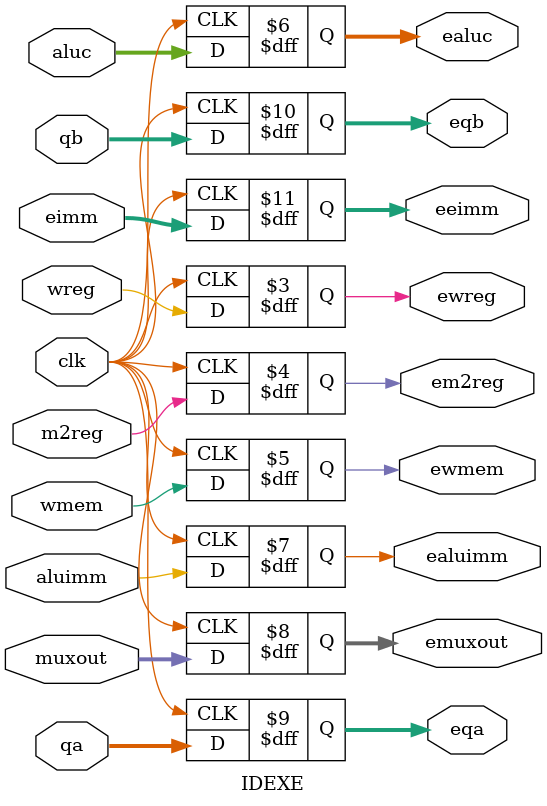
<source format=v>
`timescale 1ns / 1ps


module top(input clk, output[31:0] IM_sig, output wreg_sig, output m2reg_sig, output wmem_sig,
            output[3:0] aluc_sig, output aluimm_sig, output[4:0] mux_sig, output [5:0] qa_sig,
            output [5:0] qb_sig, output [31:0] eimm_sig);

    // Block 1: IF stage
    wire[7:0] adder_to_pc; // Output from adder
    wire[7:0] pc_out; // Output from PC register
    wire[31:0] im_to_ifid; // Output from instruction memory
    
    // Block 2: ID stage
    wire[31:0] ifid_out;
    // Outputs from the Control Unit
    wire wreg_to_idexe;
    wire m2reg_to_idexe;
    wire wmem_to_idexe;
    wire[3:0] aluc_to_idexe;
    wire aluimm_to_idexe;
    wire RegDst;
    // Output from Mux
    wire [4:0]mux_to_idexe;
    // Output from Register File
    wire [5:0]qa_to_idexe;
    wire [5:0]qb_to_idexe;
    // Output from Sign Extender
    wire[31:0] eimm_to_idexe;
    
    // Block 3: EXE stage (next lab)
    wire ewreg;
    wire em2reg;
    wire ewmem;
    wire[3:0] ealuc;
    wire ealuimm;
    wire [4:0] emuxout;
    wire [5:0] eqa;
    wire [5:0] eqb;
    wire [31:0] eeimm;

    // Module Instantiations
    PC pc(clk, adder_to_pc, pc_out);
    Adder adder(pc_out, adder_to_pc);   
    IM im(pc_out, im_to_ifid);
    IFID ifid(clk, im_to_ifid, ifid_out);
    CU cu(ifid_out[31:26], ifid_out[5:0], wreg_to_idexe, m2reg_to_idexe, wmem_to_idexe, aluc_to_idexe, aluimm_to_idexe, RegDst);
    Mux mux(ifid_out[15:11], ifid_out[20:16], RegDst, mux_to_idexe);
    Regfile regfile(ifid_out[25:21], ifid_out[20:16], qa_to_idexe, qb_to_idexe);
    Signext ext(ifid_out[15:0], eimm_to_idexe);
    IDEXE idexe(clk, wreg_to_idexe, m2reg_to_idexe, wmem_to_idexe, aluc_to_idexe, 
                aluimm_to_idexe, mux_to_idexe, qa_to_idexe, qb_to_idexe, eimm_to_idexe,
                ewreg, em2reg, ewmem, ealuc, ealuimm, emuxout, eqa, eqb, eeimm);


    // Since the instructions ask for signals written INTO each register and not from, the following are outputs:
    assign IM_sig = im_to_ifid;
    assign wreg_sig = wreg_to_idexe;
    assign m2reg_sig = m2reg_to_idexe;
    assign wmem_sig = wmem_to_idexe;
    assign aluc_sig = aluc_to_idexe;
    assign aluimm_sig = aluimm_to_idexe;
    assign mux_sig = mux_to_idexe;
    assign qa_sig = qa_to_idexe;
    assign qb_sig = qb_to_idexe;
    assign eimm_sig = eimm_to_idexe;
    
endmodule

module PC(input clk, input[7:0] a, output reg[7:0] q);
    // Wire to set the value of PC to its next value; PC is a register effectively
    always @(posedge clk)
        begin
            q <= a;
        end
        
    initial begin
        q = 8'd100;
        end

endmodule

module Adder(input [7:0]a, output reg[7:0] q);
    // This module is not clock-dependent. It adds the input from PC register to the constant 4 and returns it.
    // PC register should take this value to set as new value.
    wire[7:0] to_add = 8'd4;
    
    always @(*)
        begin
             q <= (a + to_add);
        end
        
endmodule

module IM(input[7:0] addr, output reg [31:0] do);
    reg [31:0] IM [0:511]; // Array of registers
    
    integer a;
    
    always @(*)
        begin
            a = addr; // integer-cast
            do = IM[a];
        end
        
    initial // Hardcoded based on the examples provided to be done
        begin
            IM[100] = 32'b10001100001000100000000000000000;
            IM[104] = 32'b10001100001000110000000000000100;
        end
endmodule

module IFID(input clk, input [31:0]a, output reg[31:0] q);
    // This is also clock-dependent. Outputs whatever it's inputted at pos clock edge.
    always @(posedge clk)
        begin
            q <= a;
        end
endmodule

module CU(input [5:0] op, input [5:0] func, 
            output reg wreg, output reg m2reg, output reg wmem, output reg[3:0] aluc, output reg aluimm, output reg regrt);
            
    always @(*) begin
        case(op) // Determination of these values depends on the opcode, and func for R-format
            6'b000000: // R-format instruction
            begin
                wreg = 1'b1;
                m2reg = 1'b0;
                wmem = 1'b0;
                regrt = 1'b1;
                aluimm = 1'b0;
                
                case(func) // Using truth table in Zybooks
                    6'b100000: // add
                        aluc = 4'b0010;
                    6'b100010: // subtract
                        aluc = 4'b0110;
                    6'b100100: // AND
                        aluc = 4'b0000;
                    6'b100101: // OR
                        aluc = 4'b0001;
                    6'b100110: // XOR
                        aluc = 4'b0010;
                    6'b000000: // shift left
                        aluc = 4'b0010;
                    6'b000010: // logical shift right
                        aluc = 4'b0110;
                        // Not in truth table
//                    6'b000011: // arithmetic shift right
//                        aluc = 4'b0010;
//                    6'b001000: // register jump
//                        aluc = 4'b0010;
                endcase
                
            end
            
            // Commented cases remain to be done in second part of lab - only necessary cases done
            
//            6'b001000: // addi
//            6'b001100: // andi
//            6'b001101: // ori
//            6'b001110: // xori
            6'b100011: // lw
                begin
                    wreg = 1'b1;
                    m2reg = 1'b1;
                    wmem = 1'b0;
                    regrt = 1'b0;
                    aluimm = 1'b1;
                    aluc = 4'b0010;
                end
            6'b101011: // sw
                begin
                    wreg = 1'b0;
                    m2reg = 1'bX;
                    wmem = 1'b1;
                    regrt = 1'bX;
                    aluimm = 1'b1;
                    aluc = 4'b0010;
                end
//            6'b000100: // beq
//            6'b000101: // bne
//            6'b001111: // lui
//            6'b000010: // j
//            6'b000011: // jal   
        endcase
    end
    
endmodule

module Mux(input [4:0]rd, input [4:0]rt, input regrt, output reg [4:0]muxout);
    always @(*) begin
        if (regrt) // select rd if RegDst is 1
            muxout <= rd;
        else // select rt if RegDst is 0
            muxout <= rt;
    end
endmodule

module Regfile(input [4:0]rs, input [4:0]rt, output reg [5:0]qa, output reg [5:0]qb);
    reg [31:0] regfile [0:31];
    
    integer a;
    integer b;
    always @(*) begin
        // qa outputs for rs and qb outputs for rt
        a = rs; // this is to integer-cast the binary input
        b = rt;
        
        qa <= regfile[a];
        qb <= regfile[b];
        
    end
    // asked to initialize all values in the regfile to 0
    integer i;
    initial begin
        for (i=0; i<32; i=i+1) begin
            regfile[i] = 0;
        end
    end    
endmodule

module Signext(input [15:0]imm, output reg [31:0]eimm);
    // converts 16 bit imm to 32 bits
    always @(*) begin
        eimm[31:0] <= { {16{imm[15]}}, imm[15:0] };
    end
endmodule

module IDEXE(input clk, input wreg, input m2reg, input wmem, input [3:0]aluc, input aluimm, input [4:0]muxout, input [5:0]qa, input [5:0]qb, input [31:0]eimm,
            output reg ewreg, output reg em2reg, output reg ewmem, output reg [3:0]ealuc, output reg ealuimm, output reg [4:0]emuxout,
            output reg [5:0]eqa, output reg [5:0]eqb, output reg[31:0] eeimm);
    // Nothing but a clock-dependent output-input setter
    always @(posedge clk)
        begin
            ewreg <= wreg;
            em2reg <= m2reg;
            ewmem <= wmem;
            ealuc <= aluc;
            ealuimm <= aluimm;
            emuxout <= muxout;
            eqa <= qa;
            eqb <= qb;
            eeimm <= eimm;
        end
endmodule


</source>
